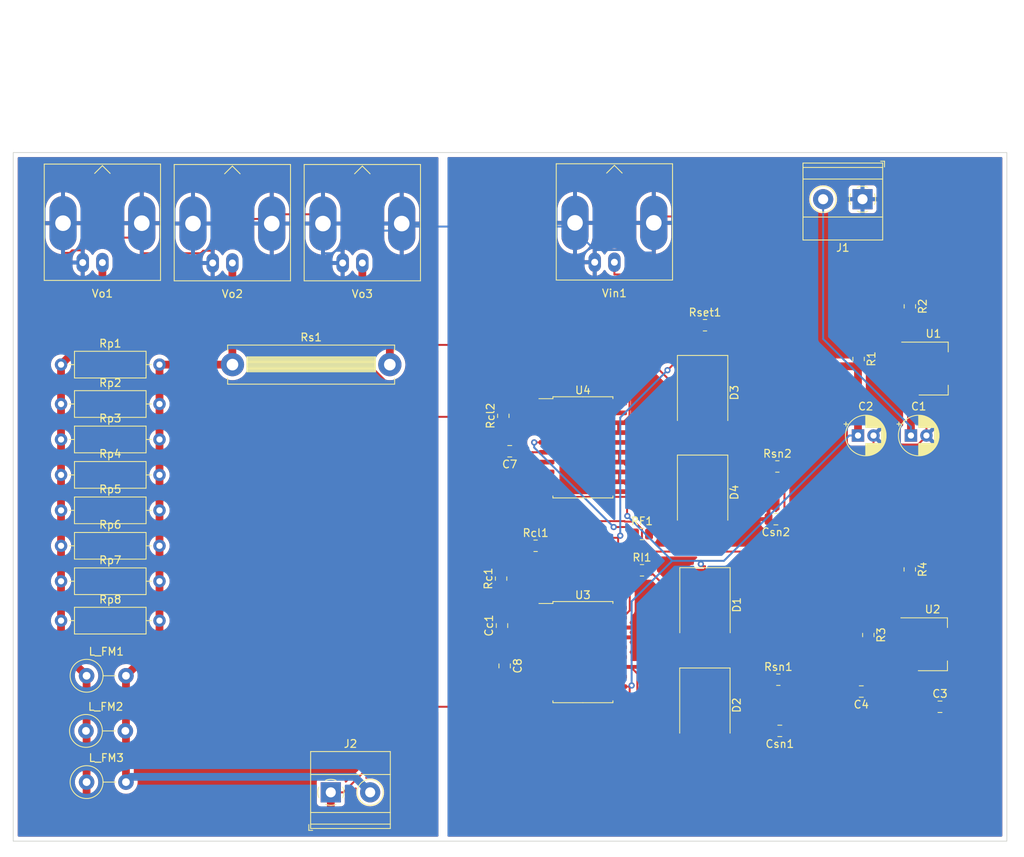
<source format=kicad_pcb>
(kicad_pcb (version 20211014) (generator pcbnew)
  (layers (0 "F.Cu" signal) (31 "B.Cu" signal) (34 "B.Paste" user) (35 "F.Paste" user) (36 "B.SilkS" user "B.Silkscreen") (37 "F.SilkS" user "F.Silkscreen") (38 "B.Mask" user) (39 "F.Mask" user) (44 "Edge.Cuts" user))
  (net 0 "")
  (net 1 "Net-(C1-Pad1)")
  (net 2 "GND")
  (net 3 "Vcc")
  (net 4 "Vref")
  (net 5 "Imon")
  (net 6 "Net-(Cc1-Pad2)")
  (net 7 "Net-(Csn1-Pad1)")
  (net 8 "Net-(Csn2-Pad1)")
  (net 9 "Vm1")
  (net 10 "Vm3")
  (net 11 "Vm2")
  (net 12 "Net-(R1-Pad1)")
  (net 13 "Net-(Rcl1-Pad1)")
  (net 14 "Net-(Rcl2-Pad1)")
  (net 15 "unconnected-(RF1-Pad1)")
  (net 16 "Net-(Rset1-Pad1)")
  (net 22 "Net-(U4-Pad1)")
  (net 29 "Net-(R3-Pad1)")
  (footprint "Inductor_THT:L_Axial_L9.5mm_D4.0mm_P5.08mm_Vertical_Fastron_SMCC" (layer "F.Cu") (at 83.812 118.364)
    (fp_text reference "L_FM1")
    (fp_text value "0.1mH")
  )
  (footprint "Package_SO:SO-20-1EP_7.52x12.825mm_P1.27mm_EP6.045x12.09mm_Mask3.56x4.47mm" (layer "F.Cu") (at 147.828 115.316)
    (fp_text reference "U3")
    (fp_text value "OPA569DWP")
  )
  (footprint "Capacitor_SMD:C_0805_2012Metric" (layer "F.Cu") (at 172.72 98.161 180)
    (fp_text reference "Csn2")
    (fp_text value "0.01uF")
  )
  (footprint "Resistor_SMD:R_0805_2012Metric" (layer "F.Cu") (at 163.576 73.152)
    (fp_text reference "Rset1")
    (fp_text value "475")
  )
  (footprint "Resistor_SMD:R_0805_2012Metric" (layer "F.Cu") (at 155.448 100.076)
    (fp_text reference "RF1")
    (fp_text value "1k")
  )
  (footprint "Diode_SMD:D_SMC" (layer "F.Cu") (at 163.5651 122.1642 -90)
    (fp_text reference "D2")
    (fp_text value "0.35V")
  )
  (footprint "Resistor_THT:R_Axial_DIN0309_L9.0mm_D3.2mm_P12.70mm_Horizontal" (layer "F.Cu") (at 80.518 111.252)
    (fp_text reference "Rp8")
    (fp_text value "1")
  )
  (footprint "Capacitor_SMD:C_0805_2012Metric" (layer "F.Cu") (at 193.888 122.362)
    (fp_text reference "C3")
    (fp_text value "0.1uF")
  )
  (footprint "TerminalBlock_Phoenix:TerminalBlock_Phoenix_MKDS-1,5-2-5.08_1x02_P5.08mm_Horizontal" (layer "F.Cu") (at 183.896 56.896 180)
    (fp_text reference "J1")
    (fp_text value "+10V")
  )
  (footprint "Resistor_SMD:R_0805_2012Metric" (layer "F.Cu") (at 190.0055 70.7155 -90)
    (fp_text reference "R2")
    (fp_text value "720")
  )
  (footprint "Resistor_THT:R_Axial_DIN0309_L9.0mm_D3.2mm_P12.70mm_Horizontal" (layer "F.Cu") (at 80.518 92.456)
    (fp_text reference "Rp4")
    (fp_text value "1")
  )
  (footprint "Connector_Coaxial:BNC_Amphenol_B6252HB-NPP3G-50_Horizontal" (layer "F.Cu") (at 102.616 65.118)
    (fp_text reference "Vo2")
    (fp_text value "Output")
  )
  (footprint "Capacitor_THT:CP_Radial_D5.0mm_P2.00mm" (layer "F.Cu") (at 183.3122 87.376)
    (fp_text reference "C2")
    (fp_text value "47uF")
  )
  (footprint "Resistor_SMD:R_0805_2012Metric" (layer "F.Cu") (at 173.037 118.872)
    (fp_text reference "Rsn1")
    (fp_text value "10")
  )
  (footprint "Resistor_THT:R_Axial_DIN0309_L9.0mm_D3.2mm_P12.70mm_Horizontal" (layer "F.Cu") (at 80.518 83.312)
    (fp_text reference "Rp2")
    (fp_text value "1")
  )
  (footprint "Capacitor_SMD:C_0805_2012Metric" (layer "F.Cu") (at 137.394 111.892 90)
    (fp_text reference "Cc1")
    (fp_text value "0.47uF")
  )
  (footprint "Capacitor_SMD:C_0805_2012Metric" (layer "F.Cu") (at 137.734 117.09 -90)
    (fp_text reference "C8")
    (fp_text value "0.1uF")
  )
  (footprint "Resistor_THT:R_Axial_DIN0309_L9.0mm_D3.2mm_P12.70mm_Horizontal" (layer "F.Cu") (at 80.518 78.232)
    (fp_text reference "Rp1")
    (fp_text value "1")
  )
  (footprint "Inductor_THT:L_Axial_L9.5mm_D4.0mm_P5.08mm_Vertical_Fastron_SMCC" (layer "F.Cu") (at 83.812 132.08)
    (fp_text reference "L_FM3")
    (fp_text value "0.1mH")
  )
  (footprint "Inductor_THT:L_Axial_L9.5mm_D4.0mm_P5.08mm_Vertical_Fastron_SMCC" (layer "F.Cu") (at 83.732 125.476)
    (fp_text reference "L_FM2")
    (fp_text value "0.1mH")
  )
  (footprint "Resistor_SMD:R_0805_2012Metric" (layer "F.Cu") (at 183.388 77.499 -90)
    (fp_text reference "R1")
    (fp_text value "240")
  )
  (footprint "Capacitor_THT:CP_Radial_D5.0mm_P2.00mm" (layer "F.Cu") (at 190.1407 87.376)
    (fp_text reference "C1")
    (fp_text value "47uF")
  )
  (footprint "Package_SO:SO-20-1EP_7.52x12.825mm_P1.27mm_EP6.045x12.09mm_Mask3.56x4.47mm" (layer "F.Cu") (at 147.828 88.9)
    (fp_text reference "U4")
    (fp_text value "OPA569DWP")
  )
  (footprint "Package_TO_SOT_SMD:SOT-223" (layer "F.Cu") (at 192.938 114.3)
    (fp_text reference "U2")
    (fp_text value "LM317_TO-220")
  )
  (footprint "Resistor_THT:R_Axial_DIN0309_L9.0mm_D3.2mm_P12.70mm_Horizontal" (layer "F.Cu") (at 80.518 87.884)
    (fp_text reference "Rp3")
    (fp_text value "1")
  )
  (footprint "Resistor_SMD:R_0805_2012Metric" (layer "F.Cu") (at 184.646 113.1066 -90)
    (fp_text reference "R3")
    (fp_text value "1k")
  )
  (footprint "Resistor_SMD:R_0805_2012Metric" (layer "F.Cu") (at 137.277 105.83 90)
    (fp_text reference "Rc1")
    (fp_text value "249")
  )
  (footprint "Capacitor_SMD:C_0805_2012Metric" (layer "F.Cu") (at 183.738 120.396 180)
    (fp_text reference "C4")
    (fp_text value "1uF")
  )
  (footprint "Resistor_SMD:R_0805_2012Metric" (layer "F.Cu") (at 155.448 104.765)
    (fp_text reference "RI1")
    (fp_text value "1k")
  )
  (footprint "Resistor_THT:R_Axial_DIN0309_L9.0mm_D3.2mm_P12.70mm_Horizontal" (layer "F.Cu") (at 80.518 97.028)
    (fp_text reference "Rp5")
    (fp_text value "1")
  )
  (footprint "Resistor_SMD:R_0805_2012Metric" (layer "F.Cu") (at 137.5645 84.836 90)
    (fp_text reference "Rcl2")
    (fp_text value "5.49k")
  )
  (footprint "Resistor_THT:R_Axial_DIN0309_L9.0mm_D3.2mm_P12.70mm_Horizontal" (layer "F.Cu") (at 80.518 106.172)
    (fp_text reference "Rp7")
    (fp_text value "1")
  )
  (footprint "Resistor_SMD:R_0805_2012Metric" (layer "F.Cu") (at 189.992 104.648 -90)
    (fp_text reference "R4")
    (fp_text value "1k")
  )
  (footprint "Resistor_THT:R_Axial_DIN0309_L9.0mm_D3.2mm_P12.70mm_Horizontal" (layer "F.Cu") (at 80.518 101.6)
    (fp_text reference "Rp6")
    (fp_text value "1")
  )
  (footprint "Connector_Coaxial:BNC_Amphenol_B6252HB-NPP3G-50_Horizontal" (layer "F.Cu") (at 119.38 65.118)
    (fp_text reference "Vo3")
    (fp_text value "Output")
  )
  (footprint "Resistor_THT:R_Bare_Metal_Element_L21.3mm_W4.8mm_P20.30mm" (layer "F.Cu") (at 102.626 78.232)
    (fp_text reference "Rs1")
    (fp_text value "4")
  )
  (footprint "Capacitor_SMD:C_0805_2012Metric" (layer "F.Cu") (at 173.228 125.476 180)
    (fp_text reference "Csn1")
    (fp_text value "0.01uF")
  )
  (footprint "Connector_Coaxial:BNC_Amphenol_B6252HB-NPP3G-50_Horizontal" (layer "F.Cu") (at 151.892 65.026)
    (fp_text reference "Vin1")
    (fp_text value "Input")
  )
  (footprint "Capacitor_SMD:C_0805_2012Metric" (layer "F.Cu") (at 138.392 89.408 180)
    (fp_text reference "C7")
    (fp_text value "0.1uF")
  )
  (footprint "Package_TO_SOT_SMD:SOT-223" (layer "F.Cu") (at 193.04 78.74)
    (fp_text reference "U1")
    (fp_text value "LM317_TO-220")
  )
  (footprint "Resistor_SMD:R_0805_2012Metric" (layer "F.Cu") (at 141.732 101.6)
    (fp_text reference "Rcl1")
    (fp_text value "5.49k")
  )
  (footprint "TerminalBlock_Phoenix:TerminalBlock_Phoenix_MKDS-1,5-2-5.08_1x02_P5.08mm_Horizontal" (layer "F.Cu") (at 115.311 133.401)
    (fp_text reference "J2")
    (fp_text value "Iout")
  )
  (footprint "Resistor_SMD:R_0805_2012Metric" (layer "F.Cu") (at 172.912 91.3685)
    (fp_text reference "Rsn2")
    (fp_text value "10")
  )
  (footprint "Connector_Coaxial:BNC_Amphenol_B6252HB-NPP3G-50_Horizontal" (layer "F.Cu") (at 85.852 65.068)
    (fp_text reference "Vo1")
    (fp_text value "Output")
  )
  (footprint "Diode_SMD:D_SMC" (layer "F.Cu") (at 163.2684 81.8462 -90)
    (fp_text reference "D3")
    (fp_text value "0.35V")
  )
  (footprint "Diode_SMD:D_SMC" (layer "F.Cu") (at 163.2684 94.7022 -90)
    (fp_text reference "D4")
    (fp_text value "0.35V")
  )
  (footprint "Diode_SMD:D_SMC" (layer "F.Cu") (at 163.576 109.22 -90)
    (fp_text reference "D1")
    (fp_text value "0.35V")
  )
  (gr_rect (start 74.352 50.876) (end 202.508 139.7) (layer "Edge.Cuts") (width 0.1) (fill none))
  (segment (start 190.141 87.376) (end 190.141 84.3333) (width 1) (layer "F.Cu") (net 1))
  (segment (start 190.141 84.3333) (end 190.141 81.2907) (width 1) (layer "F.Cu") (net 1))
  (segment (start 190.1407 84.3336) (end 190.1407 87.376) (width 0.25) (layer "F.Cu") (net 1))
  (segment (start 190.141 84.3333) (end 190.1407 84.3336) (width 0.25) (layer "F.Cu") (net 1))
  (segment (start 190.141 81.2907) (end 189.89 81.04) (width 1) (layer "F.Cu") (net 1))
  (segment (start 178.816 56.896) (end 178.816 74.9244) (width 0.25) (layer "B.Cu") (net 1))
  (segment (start 190.1407 87.376) (end 190.1407 86.2491) (width 0.25) (layer "B.Cu") (net 1))
  (segment (start 178.816 74.9244) (end 190.1407 86.2491) (width 0.25) (layer "B.Cu") (net 1))
  (segment (start 114.3 58.8393) (end 107.696 58.8393) (width 0.25) (layer "F.Cu") (net 2))
  (segment (start 145.093 121.031) (end 152.503 121.031) (width 0.25) (layer "F.Cu") (net 2))
  (segment (start 172.278 125.476) (end 173.3385 126.5365) (width 0.25) (layer "F.Cu") (net 2))
  (segment (start 83.312 65.068) (end 83.312 63.4911) (width 0.25) (layer "F.Cu") (net 2))
  (segment (start 172.278 125.476) (end 165.6302 125.476) (width 0.25) (layer "F.Cu") (net 2))
  (segment (start 144.9296 120.8676) (end 145.093 121.031) (width 0.25) (layer "F.Cu") (net 2))
  (segment (start 80.772 63.8149) (end 81.6323 63.8149) (width 0.25) (layer "F.Cu") (net 2))
  (segment (start 153.4832 82.4886) (end 153.8373 82.8427) (width 0.25) (layer "F.Cu") (net 2))
  (segment (start 171.7112 98.1022) (end 171.77 98.161) (width 0.25) (layer "F.Cu") (net 2))
  (segment (start 185.3122 88.5377) (end 191.059 88.5377) (width 0.25) (layer "F.Cu") (net 2))
  (segment (start 152.0886 109.601) (end 151.1755 110.5141) (width 0.25) (layer "F.Cu") (net 2))
  (segment (start 185.3122 99.2225) (end 185.3122 88.5377) (width 0.25) (layer "F.Cu") (net 2))
  (segment (start 107.696 60.038) (end 107.696 59.4386) (width 0.25) (layer "F.Cu") (net 2))
  (segment (start 183.896 56.896) (end 182.2691 56.896) (width 0.25) (layer "F.Cu") (net 2))
  (segment (start 135.7409 91.1091) (end 135.7409 116.0469) (width 0.25) (layer "F.Cu") (net 2))
  (segment (start 145.0537 109.601) (end 147.828 112.3753) (width 0.25) (layer "F.Cu") (net 2))
  (segment (start 165.6302 125.476) (end 165.542 125.5642) (width 0.25) (layer "F.Cu") (net 2))
  (segment (start 194.838 122.362) (end 194.6684 122.362) (width 0.25) (layer "F.Cu") (net 2))
  (segment (start 81.6323 63.8149) (end 81.9561 63.4911) (width 0.25) (layer "F.Cu") (net 2))
  (segment (start 136.5209 88.4869) (end 137.442 89.408) (width 0.25) (layer "F.Cu") (net 2))
  (segment (start 98.8524 63.5411) (end 98.5286 63.8649) (width 0.25) (layer "F.Cu") (net 2))
  (segment (start 185.3122 88.5377) (end 185.3122 87.376) (width 0.25) (layer "F.Cu") (net 2))
  (segment (start 152.503 113.411) (end 152.503 112.141) (width 0.25) (layer "F.Cu") (net 2))
  (segment (start 163.5651 125.5642) (end 165.542 125.5642) (width 0.25) (layer "F.Cu") (net 2))
  (segment (start 137.442 89.408) (end 135.7409 91.1091) (width 0.25) (layer "F.Cu") (net 2))
  (segment (start 153.8373 82.8427) (end 153.8373 84.8671) (width 0.25) (layer "F.Cu") (net 2))
  (segment (start 107.696 59.4386) (end 104.1785 59.4386) (width 0.25) (layer "F.Cu") (net 2))
  (segment (start 194.6684 108.4119) (end 189.992 103.7355) (width 0.25) (layer "F.Cu") (net 2))
  (segment (start 152.0463 112.141) (end 152.503 112.141) (width 0.25) (layer "F.Cu") (net 2))
  (segment (start 144.9296 117.8635) (end 145.2805 117.8635) (width 0.25) (layer "F.Cu") (net 2))
  (segment (start 90.982 63.8649) (end 97.536 63.8649) (width 0.25) (layer "F.Cu") (net 2))
  (segment (start 100.076 63.5411) (end 98.8524 63.5411) (width 0.25) (layer "F.Cu") (net 2))
  (segment (start 136.5209 84.9671) (end 137.5645 83.9235) (width 0.25) (layer "F.Cu") (net 2))
  (segment (start 90.932 61.8529) (end 84.9502 61.8529) (width 0.25) (layer "F.Cu") (net 2))
  (segment (start 172.8315 99.2225) (end 171.77 98.161) (width 0.25) (layer "F.Cu") (net 2))
  (segment (start 90.932 59.988) (end 90.932 61.8529) (width 0.25) (layer "F.Cu") (net 2))
  (segment (start 135.7409 116.0469) (end 137.734 118.04) (width 0.25) (layer "F.Cu") (net 2))
  (segment (start 137.9105 117.8635) (end 137.734 118.04) (width 0.25) (layer "F.Cu") (net 2))
  (segment (start 143.153 121.031) (end 144.7662 121.031) (width 0.25) (layer "F.Cu") (net 2))
  (segment (start 90.932 63.8149) (end 90.982 63.8649) (width 0.25) (layer "F.Cu") (net 2))
  (segment (start 189.8252 103.7355) (end 185.3122 99.2225) (width 0.25) (layer "F.Cu") (net 2))
  (segment (start 180.0441 59.121) (end 182.2691 56.896) (width 0.25) (layer "F.Cu") (net 2))
  (segment (start 143.153 109.601) (end 145.0537 109.601) (width 0.25) (layer "F.Cu") (net 2))
  (segment (start 156.972 59.121) (end 180.0441 59.121) (width 0.25) (layer "F.Cu") (net 2))
  (segment (start 144.9296 117.8635) (end 137.9105 117.8635) (width 0.25) (layer "F.Cu") (net 2))
  (segment (start 151.1755 111.2702) (end 152.0463 112.141) (width 0.25) (layer "F.Cu") (net 2))
  (segment (start 148.9331 111.2702) (end 147.828 112.3753) (width 0.25) (layer "F.Cu") (net 2))
  (segment (start 84.9502 61.8529) (end 83.312 63.4911) (width 0.25) (layer "F.Cu") (net 2))
  (segment (start 173.3385 126.5365) (end 177.0328 126.5365) (width 0.25) (layer "F.Cu") (net 2))
  (segment (start 189.992 103.7355) (end 189.8252 103.7355) (width 0.25) (layer "F.Cu") (net 2))
  (segment (start 177.0328 126.5365) (end 182.788 120.7813) (width 0.25) (layer "F.Cu") (net 2))
  (segment (start 152.503 85.725) (end 152.503 86.995) (width 0.25) (layer "F.Cu") (net 2))
  (segment (start 151.1755 111.2702) (end 148.9331 111.2702) (width 0.25) (layer "F.Cu") (net 2))
  (segment (start 144.9296 120.8676) (end 144.9296 117.8635) (width 0.25) (layer "F.Cu") (net 2))
  (segment (start 185.4216 123.4149) (end 193.6155 123.4149) (width 0.25) (layer "F.Cu") (net 2))
  (segment (start 107.696 59.4386) (end 107.696 58.8393) (width 0.25) (layer "F.Cu") (net 2))
  (segment (start 136.5209 84.9671) (end 136.5209 88.4869) (width 0.25) (layer "F.Cu") (net 2))
  (segment (start 182.788 120.7813) (end 182.788 120.396) (width 0.25) (layer "F.Cu") (net 2))
  (segment (start 194.6684 122.362) (end 194.6684 108.4119) (width 0.25) (layer "F.Cu") (net 2))
  (segment (start 138.9994 82.4886) (end 153.4832 82.4886) (width 0.25) (layer "F.Cu") (net 2))
  (segment (start 163.2684 98.1022) (end 171.7112 98.1022) (width 0.25) (layer "F.Cu") (net 2))
  (segment (start 147.828 112.3753) (end 147.828 115.316) (width 0.25) (layer "F.Cu") (net 2))
  (segment (start 156.972 59.946) (end 156.972 59.121) (width 0.25) (layer "F.Cu") (net 2))
  (segment (start 152.503 109.601) (end 152.0886 109.601) (width 0.25) (layer "F.Cu") (net 2))
  (segment (start 81.9561 63.4911) (end 83.312 63.4911) (width 0.25) (layer "F.Cu") (net 2))
  (segment (start 191.059 88.5377) (end 192.1407 87.456) (width 0.25) (layer "F.Cu") (net 2))
  (segment (start 143.153 102.1085) (end 143.153 109.601) (width 0.25) (layer "F.Cu") (net 2))
  (segment (start 192.1407 87.376) (end 192.1407 71.9382) (width 0.25) (layer "F.Cu") (net 2))
  (segment (start 80.772 59.988) (end 80.772 63.8149) (width 0.25) (layer "F.Cu") (net 2))
  (segment (start 137.5645 83.9235) (end 138.9994 82.4886) (width 0.25) (layer "F.Cu") (net 2))
  (segment (start 193.6155 123.4149) (end 194.6684 122.362) (width 0.25) (layer "F.Cu") (net 2))
  (segment (start 90.932 61.8529) (end 90.932 63.8149) (width 0.25) (layer "F.Cu") (net 2))
  (segment (start 152.9794 85.725) (end 152.503 85.725) (width 0.25) (layer "F.Cu") (net 2))
  (segment (start 192.1407 71.9382) (end 190.0055 69.803) (width 0.25) (layer "F.Cu") (net 2))
  (segment (start 104.1785 59.4386) (end 100.076 63.5411) (width 0.25) (layer "F.Cu") (net 2))
  (segment (start 97.536 60.038) (end 97.536 63.8649) (width 0.25) (layer "F.Cu") (net 2))
  (segment (start 190.0055 69.803) (end 180.0441 59.8416) (width 0.25) (layer "F.Cu") (net 2))
  (segment (start 185.3122 99.2225) (end 172.8315 99.2225) (width 0.25) (layer "F.Cu") (net 2))
  (segment (start 98.5286 63.8649) (end 97.536 63.8649) (width 0.25) (layer "F.Cu") (net 2))
  (segment (start 153.8373 84.8671) (end 152.9794 85.725) (width 0.25) (layer "F.Cu") (net 2))
  (segment (start 192.1407 87.456) (end 192.1407 87.376) (width 0.25) (layer "F.Cu") (net 2))
  (segment (start 180.0441 59.8416) (end 180.0441 59.121) (width 0.25) (layer "F.Cu") (net 2))
  (segment (start 116.84 74.7967) (end 127.0104 84.9671) (width 0.25) (layer "F.Cu") (net 2))
  (segment (start 116.84 65.118) (end 116.84 74.7967) (width 0.25) (layer "F.Cu") (net 2))
  (segment (start 151.1755 110.5141) (end 151.1755 111.2702) (width 0.25) (layer "F.Cu") (net 2))
  (segment (start 127.0104 84.9671) (end 136.5209 84.9671) (width 0.25) (layer "F.Cu") (net 2))
  (segment (start 142.6445 101.6) (end 143.153 102.1085) (width 0.25) (layer "F.Cu") (net 2))
  (segment (start 114.3 60.038) (end 114.3 58.8393) (width 0.25) (layer "F.Cu") (net 2))
  (segment (start 100.076 65.118) (end 100.076 63.5411) (width 0.25) (layer "F.Cu") (net 2))
  (segment (start 144.7662 121.031) (end 144.9296 120.8676) (width 0.25) (layer "F.Cu") (net 2))
  (segment (start 182.788 120.7813) (end 185.4216 123.4149) (width 0.25) (layer "F.Cu") (net 2))
  (segment (start 145.2805 117.8635) (end 147.828 115.316) (width 0.25) (layer "F.Cu") (net 2))
  (segment (start 153.9645 63.7729) (end 153.6407 63.4491) (width 0.25) (layer "B.Cu") (net 2))
  (segment (start 146.812 60.4237) (end 124.46 60.4237) (width 0.25) (layer "B.Cu") (net 2))
  (segment (start 114.3 63.8649) (end 115.59 63.8649) (width 0.25) (layer "B.Cu") (net 2))
  (segment (start 124.46 60.9474) (end 119.4337 60.9474) (width 0.25) (layer "B.Cu") (net 2))
  (segment (start 146.812 60.9014) (end 149.352 63.4414) (width 0.25) (layer "B.Cu") (net 2))
  (segment (start 124.46 60.038) (end 124.46 60.4237) (width 0.25) (layer "B.Cu") (net 2))
  (segment (start 146.812 59.946) (end 146.812 60.4237) (width 0.25) (layer "B.Cu") (net 2))
  (segment (start 146.812 60.4237) (end 146.812 60.9014) (width 0.25) (layer "B.Cu") (net 2))
  (segment (start 119.4337 60.9474) (end 116.84 63.5411) (width 0.25) (layer "B.Cu") (net 2))
  (segment (start 114.3 60.038) (end 114.3 63.8649) (width 0.25) (layer "B.Cu") (net 2))
  (segment (start 116.84 65.118) (end 116.84 63.5411) (width 0.25) (layer "B.Cu") (net 2))
  (segment (start 115.9138 63.5411) (end 116.84 63.5411) (width 0.25) (layer "B.Cu") (net 2))
  (segment (start 156.972 63.7729) (end 153.9645 63.7729) (width 0.25) (layer "B.Cu") (net 2))
  (segment (start 115.59 63.8649) (end 115.9138 63.5411) (width 0.25) (layer "B.Cu") (net 2))
  (segment (start 149.352 65.026) (end 149.352 63.4491) (width 0.25) (layer "B.Cu") (net 2))
  (segment (start 156.972 59.946) (end 156.972 63.7729) (width 0.25) (layer "B.Cu") (net 2))
  (segment (start 153.6407 63.4491) (end 149.352 63.4491) (width 0.25) (layer "B.Cu") (net 2))
  (segment (start 149.352 63.4414) (end 149.352 63.4491) (width 0.25) (layer "B.Cu") (net 2))
  (segment (start 124.46 60.4237) (end 124.46 60.9474) (width 0.25) (layer "B.Cu") (net 2))
  (segment (start 183.738 121.0402) (end 183.738 119.7685) (width 0.25) (layer "F.Cu") (net 3))
  (segment (start 189.788 116.6) (end 189.788 119.212) (width 1) (layer "F.Cu") (net 3))
  (segment (start 163.576 105.82) (end 163.576 104.2431) (width 0.25) (layer "F.Cu") (net 3))
  (segment (start 183.738 119.7685) (end 169.7895 105.82) (width 0.25) (layer "F.Cu") (net 3))
  (segment (start 183.353 78.4462) (end 163.2684 78.4462) (width 1) (layer "F.Cu") (net 3))
  (segment (start 191.0529 120.4769) (end 190.0755 121.4543) (width 0.25) (layer "F.Cu") (net 3))
  (segment (start 142.196 121.7518) (end 141.8244 121.3802) (width 0.25) (layer "F.Cu") (net 3))
  (segment (start 153.0043 93.345) (end 153.8835 94.2242) (width 0.25) (layer "F.Cu") (net 3))
  (segment (start 142.7464 92.075) (end 143.153 92.075) (width 0.25) (layer "F.Cu") (net 3))
  (segment (start 183.388 78.4115) (end 189.562 78.4115) (width 1) (layer "F.Cu") (net 3))
  (segment (start 191.0529 120.4769) (end 192.938 122.362) (width 1) (layer "F.Cu") (net 3))
  (segment (start 153.8835 94.9333) (end 153.5288 95.288) (width 0.25) (layer "F.Cu") (net 3))
  (segment (start 190.0755 121.4543) (end 184.1521 121.4543) (width 0.25) (layer "F.Cu") (net 3))
  (segment (start 153.8592 121.3578) (end 153.4652 121.7518) (width 0.25) (layer "F.Cu") (net 3))
  (segment (start 169.7895 105.82) (end 163.576 105.82) (width 0.25) (layer "F.Cu") (net 3))
  (segment (start 154.0012 119.619) (end 153.8592 119.761) (width 0.25) (layer "F.Cu") (net 3))
  (segment (start 141.82 94.9951) (end 141.82 93.0014) (width 0.25) (layer "F.Cu") (net 3))
  (segment (start 153.8592 119.761) (end 153.8592 121.3578) (width 0.25) (layer "F.Cu") (net 3))
  (segment (start 184.1521 121.4543) (end 183.738 121.0402) (width 0.25) (layer "F.Cu") (net 3))
  (segment (start 152.503 118.491) (end 152.503 119.761) (width 0.25) (layer "F.Cu") (net 3))
  (segment (start 153.5288 95.288) (end 142.1129 95.288) (width 0.25) (layer "F.Cu") (net 3))
  (segment (start 152.503 93.345) (end 153.0043 93.345) (width 0.25) (layer "F.Cu") (net 3))
  (segment (start 153.8835 94.2242) (end 153.8835 94.9333) (width 0.25) (layer "F.Cu") (net 3))
  (segment (start 141.8244 121.3802) (end 141.8244 119.3346) (width 0.25) (layer "F.Cu") (net 3))
  (segment (start 189.788 119.212) (end 191.0529 120.4769) (width 1) (layer "F.Cu") (net 3))
  (segment (start 183.3122 87.376) (end 183.312 87.376) (width 0.25) (layer "F.Cu") (net 3))
  (segment (start 189.562 78.4115) (end 189.89 78.74) (width 1) (layer "F.Cu") (net 3))
  (segment (start 153.5288 97.7206) (end 153.5288 95.288) (width 0.25) (layer "F.Cu") (net 3))
  (segment (start 153.4652 121.7518) (end 142.196 121.7518) (width 0.25) (layer "F.Cu") (net 3))
  (segment (start 163.2684 78.4462) (end 163.268 78.4462) (width 1) (layer "F.Cu") (net 3))
  (segment (start 152.503 92.075) (end 152.503 93.345) (width 0.25) (layer "F.Cu") (net 3))
  (segment (start 154.1147 119.619) (end 154.0012 119.619) (width 0.25) (layer "F.Cu") (net 3))
  (segment (start 163.0427 103.956) (end 163.3298 104.2431) (width 0.25) (layer "F.Cu") (net 3))
  (segment (start 141.8244 119.3346) (end 142.668 118.491) (width 0.25) (layer "F.Cu") (net 3))
  (segment (start 142.1129 95.288) (end 141.82 94.9951) (width 0.25) (layer "F.Cu") (net 3))
  (segment (start 141.82 93.0014) (end 142.7464 92.075) (width 0.25) (layer "F.Cu") (net 3))
  (segment (start 183.388 78.4115) (end 183.353 78.4462) (width 1) (layer "F.Cu") (net 3))
  (segment (start 153.5659 97.7577) (end 153.5288 97.7206) (width 0.25) (layer "F.Cu") (net 3))
  (segment (start 183.312 78.4873) (end 183.388 78.4115) (width 1) (layer "F.Cu") (net 3))
  (segment (start 152.503 119.761) (end 153.8592 119.761) (width 0.25) (layer "F.Cu") (net 3))
  (segment (start 163.3298 104.2431) (end 163.576 104.2431) (width 0.25) (layer "F.Cu") (net 3))
  (segment (start 142.668 118.491) (end 143.153 118.491) (width 0.25) (layer "F.Cu") (net 3))
  (segment (start 183.312 87.376) (end 183.312 78.4873) (width 1) (layer "F.Cu") (net 3))
  (via (at 153.5659 97.7577) (size 0.8) (drill 0.4) (layers "F.Cu" "B.Cu") (net 3))
  (via (at 163.0427 103.956) (size 0.8) (drill 0.4) (layers "F.Cu" "B.Cu") (net 3))
  (via (at 154.1147 119.619) (size 0.8) (drill 0.4) (layers "F.Cu" "B.Cu") (net 3))
  (segment (start 159.3465 103.5383) (end 154.1147 108.7701) (width 0.25) (layer "B.Cu") (net 3))
  (segment (start 163.0427 103.5383) (end 163.0427 103.956) (width 0.25) (layer "B.Cu") (net 3))
  (segment (start 159.3465 103.5383) (end 153.5659 97.7577) (width 0.25) (layer "B.Cu") (net 3))
  (segment (start 163.0427 103.5383) (end 166.023 103.5383) (width 0.25) (layer "B.Cu") (net 3))
  (segment (start 166.023 103.5383) (end 182.1853 87.376) (width 0.25) (layer "B.Cu") (net 3))
  (segment (start 183.3122 87.376) (end 182.1853 87.376) (width 0.25) (layer "B.Cu") (net 3))
  (segment (start 163.0427 103.5383) (end 159.3465 103.5383) (width 0.25) (layer "B.Cu") (net 3))
  (segment (start 154.1147 108.7701) (end 154.1147 119.619) (width 0.25) (layer "B.Cu") (net 3))
  (segment (start 141.713 98.4182) (end 137.277 102.8542) (width 0.25) (layer "F.Cu") (net 4))
  (segment (start 184.6565 114.0295) (end 184.6564 114.0295) (width 0.25) (layer "F.Cu") (net 4))
  (segment (start 141.713 98.4182) (end 153.1985 98.4182) (width 0.25) (layer "F.Cu") (net 4))
  (segment (start 136.1955 114.1127) (end 137.9784 115.8956) (width 0.25) (layer "F.Cu") (net 4))
  (segment (start 184.6565 114.0295) (end 184.646 114.019) (width 1) (layer "F.Cu") (net 4))
  (segment (start 187.8557 114.9054) (end 188.4611 114.3) (width 0.25) (layer "F.Cu") (net 4))
  (segment (start 141.3321 98.0373) (end 141.713 98.4182) (width 0.25) (layer "F.Cu") (net 4))
  (segment (start 141.3321 89.535) (end 141.3321 98.0373) (width 0.25) (layer "F.Cu") (net 4))
  (segment (start 155.448 99.4554) (end 155.448 100.7005) (width 0.25) (layer "F.Cu") (net 4))
  (segment (start 137.277 104.9175) (end 136.1955 105.999) (width 0.25) (layer "F.Cu") (net 4))
  (segment (start 143.153 89.535) (end 141.3321 89.535) (width 0.25) (layer "F.Cu") (net 4))
  (segment (start 157.0944 102.3469) (end 172.9738 102.3469) (width 0.25) (layer "F.Cu") (net 4))
  (segment (start 143.0976 115.8956) (end 143.153 115.951) (width 0.25) (layer "F.Cu") (net 4))
  (segment (start 137.277 102.8542) (end 137.277 104.9175) (width 0.25) (layer "F.Cu") (net 4))
  (segment (start 189.788 114.3) (end 188.4611 114.3) (width 0.25) (layer "F.Cu") (net 4))
  (segment (start 172.9738 102.3469) (end 184.646 114.0191) (width 0.25) (layer "F.Cu") (net 4))
  (segment (start 141.3321 89.535) (end 139.469 89.535) (width 0.25) (layer "F.Cu") (net 4))
  (segment (start 184.688 114.061) (end 184.6565 114.0295) (width 1) (layer "F.Cu") (net 4))
  (segment (start 153.2649 98.4846) (end 154.4772 98.4846) (width 0.25) (layer "F.Cu") (net 4))
  (segment (start 184.688 120.396) (end 184.688 114.9054) (width 1) (layer "F.Cu") (net 4))
  (segment (start 139.469 89.535) (end 139.342 89.408) (width 0.25) (layer "F.Cu") (net 4))
  (segment (start 184.688 114.9054) (end 184.688 114.061) (width 1) (layer "F.Cu") (net 4))
  (segment (start 153.1985 98.4182) (end 153.2649 98.4846) (width 0.25) (layer "F.Cu") (net 4))
  (segment (start 184.6564 114.0295) (end 184.646 114.0191) (width 0.25) (layer "F.Cu") (net 4))
  (segment (start 136.1955 105.999) (end 136.1955 114.1127) (width 0.25) (layer "F.Cu") (net 4))
  (segment (start 137.9784 115.8956) (end 137.734 116.14) (width 0.25) (layer "F.Cu") (net 4))
  (segment (start 155.448 100.7005) (end 157.0944 102.3469) (width 0.25) (layer "F.Cu") (net 4))
  (segment (start 184.688 114.9054) (end 187.8557 114.9054) (width 0.25) (layer "F.Cu") (net 4))
  (segment (start 154.4772 98.4846) (end 155.448 99.4554) (width 0.25) (layer "F.Cu") (net 4))
  (segment (start 137.9784 115.8956) (end 143.0976 115.8956) (width 0.25) (layer "F.Cu") (net 4))
  (segment (start 153.873 109.9448) (end 152.9468 110.871) (width 0.25) (layer "F.Cu") (net 5))
  (segment (start 158.7405 78.9515) (end 164.4885 73.2035) (width 0.25) (layer "F.Cu") (net 5))
  (segment (start 139.8512 110.3848) (end 139.8512 101.0203) (width 0.25) (layer "F.Cu") (net 5))
  (segment (start 139.1493 111.0867) (end 142.7435 114.681) (width 0.25) (layer "F.Cu") (net 5))
  (segment (start 152.3741 106.2495) (end 153.873 107.7484) (width 0.25) (layer "F.Cu") (net 5))
  (segment (start 152.3741 100.5702) (end 152.3741 106.2495) (width 0.25) (layer "F.Cu") (net 5))
  (segment (start 140.3013 100.5702) (end 152.3741 100.5702) (width 0.25) (layer "F.Cu") (net 5))
  (segment (start 139.1493 111.0867) (end 139.8512 110.3848) (width 0.25) (layer "F.Cu") (net 5))
  (segment (start 142.7435 114.681) (end 143.153 114.681) (width 0.25) (layer "F.Cu") (net 5))
  (segment (start 152.3741 100.5702) (end 152.6472 100.2971) (width 0.25) (layer "F.Cu") (net 5))
  (segment (start 164.4885 73.2035) (end 164.4885 73.152) (width 0.25) (layer "F.Cu") (net 5))
  (segment (start 139.8512 101.0203) (end 140.3013 100.5702) (width 0.25) (layer "F.Cu") (net 5))
  (segment (start 153.873 107.7484) (end 153.873 109.9448) (width 0.25) (layer "F.Cu") (net 5))
  (segment (start 137.394 112.842) (end 139.1493 111.0867) (width 0.25) (layer "F.Cu") (net 5))
  (segment (start 152.9468 110.871) (end 152.503 110.871) (width 0.25) (layer "F.Cu") (net 5))
  (via (at 158.7405 78.9515) (size 0.8) (drill 0.4) (layers "F.Cu" "B.Cu") (net 5))
  (via (at 152.6472 100.2971) (size 0.8) (drill 0.4) (layers "F.Cu" "B.Cu") (net 5))
  (segment (start 152.6472 85.0448) (end 158.7405 78.9515) (width 0.25) (layer "B.Cu") (net 5))
  (segment (start 152.6472 100.2971) (end 152.6472 85.0448) (width 0.25) (layer "B.Cu") (net 5))
  (segment (start 137.394 106.8595) (end 137.394 110.942) (width 0.25) (layer "F.Cu") (net 6))
  (segment (start 137.277 106.7425) (end 137.394 106.8595) (width 0.25) (layer "F.Cu") (net 6))
  (segment (start 174.064 118.986) (end 174.0635 118.986) (width 0.25) (layer "F.Cu") (net 7))
  (segment (start 174.064 118.986) (end 173.95 118.872) (width 1) (layer "F.Cu") (net 7))
  (segment (start 174.0635 118.986) (end 173.9495 118.872) (width 0.25) (layer "F.Cu") (net 7))
  (segment (start 174.178 119.1) (end 174.064 118.986) (width 1) (layer "F.Cu") (net 7))
  (segment (start 174.178 125.476) (end 174.178 119.1) (width 1) (layer "F.Cu") (net 7))
  (segment (start 173.8245 98.0065) (end 173.67 98.161) (width 0.25) (layer "F.Cu") (net 8))
  (segment (start 173.8245 91.3685) (end 173.8245 98.0065) (width 0.25) (layer "F.Cu") (net 8))
  (segment (start 172.1245 118.872) (end 172.124 118.872) (width 0.25) (layer "F.Cu") (net 9))
  (segment (start 127.9759 122.363) (end 153.4931 122.363) (width 0.25) (layer "F.Cu") (net 9))
  (segment (start 85.852 65.068) (end 85.852 72.898) (width 1) (layer "F.Cu") (net 9))
  (segment (start 83.732 125.302) (end 83.732 125.476) (width 0.25) (layer "F.Cu") (net 9))
  (segment (start 153.4931 122.363) (end 154.8508 121.0053) (width 0.25) (layer "F.Cu") (net 9))
  (segment (start 152.503 117.221) (end 153.2423 117.221) (width 0.5) (layer "F.Cu") (net 9))
  (segment (start 153.9816 117.221) (end 162.022 117.221) (width 0.5) (layer "F.Cu") (net 9))
  (segment (start 83.812 135.12) (end 83.812 132.08) (width 1) (layer "F.Cu") (net 9))
  (segment (start 163.576 112.62) (end 163.576 114.1969) (width 0.25) (layer "F.Cu") (net 9))
  (segment (start 80.518 106.172) (end 80.518 111.252) (width 1) (layer "F.Cu") (net 9))
  (segment (start 80.518 115.07) (end 83.812 118.364) (width 1) (layer "F.Cu") (net 9))
  (segment (start 163.576 114.1969) (end 162.022 115.7509) (width 0.25) (layer "F.Cu") (net 9))
  (segment (start 163.619 118.818) (end 163.6189 118.818) (width 0.25) (layer "F.Cu") (net 9))
  (segment (start 163.619 118.818) (end 163.565 118.764) (width 1) (layer "F.Cu") (net 9))
  (segment (start 152.503 116.4817) (end 152.503 115.951) (width 0.25) (layer "F.Cu") (net 9))
  (segment (start 162.6386 111.0431) (end 156.3605 104.765) (width 0.25) (layer "F.Cu") (net 9))
  (segment (start 80.518 83.312) (end 80.518 87.884) (width 1) (layer "F.Cu") (net 9))
  (segment (start 115.316 135.636) (end 114.3 136.652) (width 1) (layer "F.Cu") (net 9))
  (segment (start 80.518 101.6) (end 80.518 106.172) (width 1) (layer "F.Cu") (net 9))
  (segment (start 163.576 112.62) (end 163.576 111.0431) (width 0.25) (layer "F.Cu") (net 9))
  (segment (start 83.812 118.364) (end 83.812 125.222) (width 1) (layer "F.Cu") (net 9))
  (segment (start 83.812 125.222) (end 83.732 125.302) (width 0.25) (layer "F.Cu") (net 9))
  (segment (start 154.8508 121.0053) (end 154.8508 118.0902) (width 0.25) (layer "F.Cu") (net 9))
  (segment (start 163.6189 118.818) (end 163.5651 118.7642) (width 0.25) (layer "F.Cu") (net 9))
  (segment (start 85.344 136.652) (end 83.812 135.12) (width 1) (layer "F.Cu") (net 9))
  (segment (start 116.9379 133.401) (end 127.9759 122.363) (width 0.25) (layer "F.Cu") (net 9))
  (segment (start 83.812 125.222) (end 83.812 132.08) (width 1) (layer "F.Cu") (net 9))
  (segment (start 80.518 97.028) (end 80.518 101.6) (width 1) (layer "F.Cu") (net 9))
  (segment (start 163.576 111.0431) (end 162.6386 111.0431) (width 0.25) (layer "F.Cu") (net 9))
  (segment (start 162.022 117.221) (end 163.565 118.764) (width 0.5) (layer "F.Cu") (net 9))
  (segment (start 80.518 92.456) (end 80.518 97.028) (width 1) (layer "F.Cu") (net 9))
  (segment (start 163.673 118.872) (end 163.619 118.818) (width 1) (layer "F.Cu") (net 9))
  (segment (start 80.518 78.232) (end 80.518 83.312) (width 1) (layer "F.Cu") (net 9))
  (segment (start 115.311 133.401) (end 115.311 135.631) (width 1) (layer "F.Cu") (net 9))
  (segment (start 80.518 87.884) (end 80.518 92.456) (width 1) (layer "F.Cu") (net 9))
  (segment (start 153.2423 117.221) (end 152.503 116.4817) (width 0.25) (layer "F.Cu") (net 9))
  (segment (start 114.3 136.652) (end 85.344 136.652) (width 1) (layer "F.Cu") (net 9))
  (segment (start 115.311 135.631) (end 115.316 135.636) (width 1) (layer "F.Cu") (net 9))
  (segment (start 115.311 133.401) (end 116.9379 133.401) (width 0.25) (layer "F.Cu") (net 9))
  (segment (start 153.2423 117.221) (end 153.9816 117.221) (width 0.5) (layer "F.Cu") (net 9))
  (segment (start 80.518 111.252) (end 80.518 115.07) (width 1) (layer "F.Cu") (net 9))
  (segment (start 162.022 115.7509) (end 162.022 117.221) (width 0.25) (layer "F.Cu") (net 9))
  (segment (start 85.852 72.898) (end 80.518 78.232) (width 1) (layer "F.Cu") (net 9))
  (segment (start 172.124 118.872) (end 163.673 118.872) (width 1) (layer "F.Cu") (net 9))
  (segment (start 154.8508 118.0902) (end 153.9816 117.221) (width 0.25) (layer "F.Cu") (net 9))
  (segment (start 122.926 75.687) (end 154.4481 75.687) (width 0.25) (layer "F.Cu") (net 10))
  (segment (start 171.9332 91.3022) (end 171.9995 91.3685) (width 0.25) (layer "F.Cu") (net 10))
  (segment (start 163.2684 92.8791) (end 159.1486 96.9989) (width 0.25) (layer "F.Cu") (net 10))
  (segment (start 119.38 65.118) (end 119.38 69.596) (width 1) (layer "F.Cu") (net 10))
  (segment (start 156.3605 99.787) (end 156.3605 100.076) (width 0.25) (layer "F.Cu") (net 10))
  (segment (start 119.38 69.596) (end 122.926 73.142) (width 1) (layer "F.Cu") (net 10))
  (segment (start 163.2684 91.3022) (end 163.2684 92.8791) (width 0.25) (layer "F.Cu") (net 10))
  (segment (start 163.2684 91.3022) (end 171.9332 91.3022) (width 0.25) (layer "F.Cu") (net 10))
  (segment (start 159.1486 96.9989) (end 152.9547 90.805) (width 0.25) (layer "F.Cu") (net 10))
  (segment (start 122.926 75.687) (end 122.926 78.232) (width 1) (layer "F.Cu") (net 10))
  (segment (start 162.4304 83.6693) (end 163.2684 83.6693) (width 0.25) (layer "F.Cu") (net 10))
  (segment (start 122.926 73.142) (end 122.926 75.687) (width 1) (layer "F.Cu") (net 10))
  (segment (start 154.4481 75.687) (end 162.4304 83.6693) (width 0.25) (layer "F.Cu") (net 10))
  (segment (start 152.9547 90.805) (end 152.503 90.805) (width 0.25) (layer "F.Cu") (net 10))
  (segment (start 152.503 89.535) (end 152.503 90.805) (width 0.25) (layer "F.Cu") (net 10))
  (segment (start 163.2684 85.2462) (end 163.2684 83.6693) (width 0.25) (layer "F.Cu") (net 10))
  (segment (start 163.2684 85.2462) (end 163.2684 91.3022) (width 0.25) (layer "F.Cu") (net 10))
  (segment (start 159.1486 96.9989) (end 156.3605 99.787) (width 0.25) (layer "F.Cu") (net 10))
  (segment (start 102.616 78.222) (end 102.626 78.232) (width 1) (layer "F.Cu") (net 11))
  (segment (start 93.218 111.252) (end 93.218 106.172) (width 1) (layer "F.Cu") (net 11))
  (segment (start 88.812 125.302) (end 88.812 125.476) (width 0.25) (layer "F.Cu") (net 11))
  (segment (start 102.616 65.118) (end 102.616 78.222) (width 1) (layer "F.Cu") (net 11))
  (segment (start 93.218 101.6) (end 93.218 97.028) (width 1) (layer "F.Cu") (net 11))
  (segment (start 93.218 114.038) (end 88.892 118.364) (width 1) (layer "F.Cu") (net 11))
  (segment (start 88.892 125.222) (end 88.892 132.08) (width 1) (layer "F.Cu") (net 11))
  (segment (start 93.218 92.456) (end 93.218 87.884) (width 1) (layer "F.Cu") (net 11))
  (segment (start 93.218 83.312) (end 93.218 78.232) (width 1) (layer "F.Cu") (net 11))
  (segment (start 93.218 78.232) (end 102.626 78.232) (width 1) (layer "F.Cu") (net 11))
  (segment (start 93.218 106.172) (end 93.218 101.6) (width 1) (layer "F.Cu") (net 11))
  (segment (start 88.892 118.364) (end 88.892 125.222) (width 1) (layer "F.Cu") (net 11))
  (segment (start 93.218 111.252) (end 93.218 114.038) (width 1) (layer "F.Cu") (net 11))
  (segment (start 88.892 125.222) (end 88.812 125.302) (width 0.25) (layer "F.Cu") (net 11))
  (segment (start 93.218 97.028) (end 93.218 92.456) (width 1) (layer "F.Cu") (net 11))
  (segment (start 93.218 87.884) (end 93.218 83.312) (width 1) (layer "F.Cu") (net 11))
  (segment (start 120.391 133.401) (end 118.391 131.401) (width 1) (layer "B.Cu") (net 11))
  (segment (start 118.391 131.401) (end 89.571 131.401) (width 1) (layer "B.Cu") (net 11))
  (segment (start 89.571 131.401) (end 88.892 132.08) (width 1) (layer "B.Cu") (net 11))
  (segment (start 190.006 76.3245) (end 189.89 76.44) (width 1) (layer "F.Cu") (net 12))
  (segment (start 190.006 73.9762) (end 190.006 76.3245) (width 1) (layer "F.Cu") (net 12))
  (segment (start 190.006 73.9762) (end 190.0055 73.9757) (width 0.25) (layer "F.Cu") (net 12))
  (segment (start 189.744 76.5865) (end 189.89 76.44) (width 1) (layer "F.Cu") (net 12))
  (segment (start 183.388 76.5865) (end 189.744 76.5865) (width 1) (layer "F.Cu") (net 12))
  (segment (start 190.006 71.628) (end 190.006 73.9762) (width 1) (layer "F.Cu") (net 12))
  (segment (start 190.0055 73.9757) (end 190.0055 71.628) (width 0.25) (layer "F.Cu") (net 12))
  (segment (start 140.8195 101.6) (end 140.8195 110.2386) (width 0.25) (layer "F.Cu") (net 13))
  (segment (start 140.8195 110.2386) (end 142.7219 112.141) (width 0.25) (layer "F.Cu") (net 13))
  (segment (start 142.7219 112.141) (end 143.153 112.141) (width 0.25) (layer "F.Cu") (net 13))
  (segment (start 143.153 85.725) (end 137.588 85.725) (width 0.25) (layer "F.Cu") (net 14))
  (segment (start 137.588 85.725) (end 137.5645 85.7485) (width 0.25) (layer "F.Cu") (net 14))
  (segment (start 154.5355 100.076) (end 153.6391 99.1796) (width 0.25) (layer "F.Cu") (net 15))
  (segment (start 143.153 88.265) (end 141.5477 88.265) (width 0.25) (layer "F.Cu") (net 15))
  (segment (start 153.6391 99.1796) (end 151.7999 99.1796) (width 0.25) (layer "F.Cu") (net 15))
  (segment (start 154.5355 104.765) (end 154.5355 100.076) (width 0.25) (layer "F.Cu") (net 15))
  (via (at 141.5477 88.265) (size 0.8) (drill 0.4) (layers "F.Cu" "B.Cu") (net 15))
  (via (at 151.7999 99.1796) (size 0.8) (drill 0.4) (layers "F.Cu" "B.Cu") (net 15))
  (segment (start 141.5477 88.9274) (end 141.5477 88.265) (width 0.25) (layer "B.Cu") (net 15))
  (segment (start 151.7999 99.1796) (end 141.5477 88.9274) (width 0.25) (layer "B.Cu") (net 15))
  (segment (start 156.1144 66.6029) (end 162.6635 73.152) (width 0.25) (layer "F.Cu") (net 16))
  (segment (start 151.892 66.6029) (end 156.1144 66.6029) (width 0.25) (layer "F.Cu") (net 16))
  (segment (start 151.892 65.026) (end 151.892 66.6029) (width 0.25) (layer "F.Cu") (net 16))
  (segment (start 143.5811 83.185) (end 143.153 83.185) (width 0.25) (layer "F.Cu") (net 22))
  (segment (start 152.0749 94.615) (end 152.503 94.615) (width 0.25) (layer "F.Cu") (net 22))
  (segment (start 147.828 90.3681) (end 143.5811 94.615) (width 0.25) (layer "F.Cu") (net 22))
  (segment (start 152.0749 83.185) (end 152.503 83.185) (width 0.25) (layer "F.Cu") (net 22))
  (segment (start 147.828 87.4319) (end 152.0749 83.185) (width 0.25) (layer "F.Cu") (net 22))
  (segment (start 147.828 87.4319) (end 143.5811 83.185) (width 0.25) (layer "F.Cu") (net 22))
  (segment (start 143.5811 94.615) (end 143.153 94.615) (width 0.25) (layer "F.Cu") (net 22))
  (segment (start 147.828 90.3681) (end 147.828 88.9) (width 0.25) (layer "F.Cu") (net 22))
  (segment (start 147.828 88.9) (end 147.828 87.4319) (width 0.25) (layer "F.Cu") (net 22))
  (segment (start 147.828 90.3681) (end 152.0749 94.615) (width 0.25) (layer "F.Cu") (net 22))
  (segment (start 189.788 105.868) (end 189.788 112) (width 1) (layer "F.Cu") (net 29))
  (segment (start 184.6461 112.194) (end 184.646 112.1941) (width 0.25) (layer "F.Cu") (net 29))
  (segment (start 184.6461 112.194) (end 189.594 112.194) (width 1) (layer "F.Cu") (net 29))
  (segment (start 184.646 112.194) (end 184.6461 112.194) (width 1) (layer "F.Cu") (net 29))
  (segment (start 189.992 105.664) (end 189.788 105.868) (width 1) (layer "F.Cu") (net 29))
  (segment (start 189.594 112.194) (end 189.788 112) (width 1) (layer "F.Cu") (net 29))
  (segment (start 189.992 105.56) (end 189.992 105.5605) (width 1) (layer "F.Cu") (net 29))
  (segment (start 189.992 105.5605) (end 189.992 105.664) (width 1) (layer "F.Cu") (net 29))
  (zone (net 2) (net_name "GND") (layers F&B.Cu) (connect_pads (clearance 0.508)) (min_thickness 0.254) (fill yes (thermal_gap 0.508) (thermal_bridge_width 0.508))
    (polygon (pts (xy 204.216 141.732) (xy 72.644 141.732) (xy 72.644 49.276) (xy 204.724 49.276)))
  )
)
</source>
